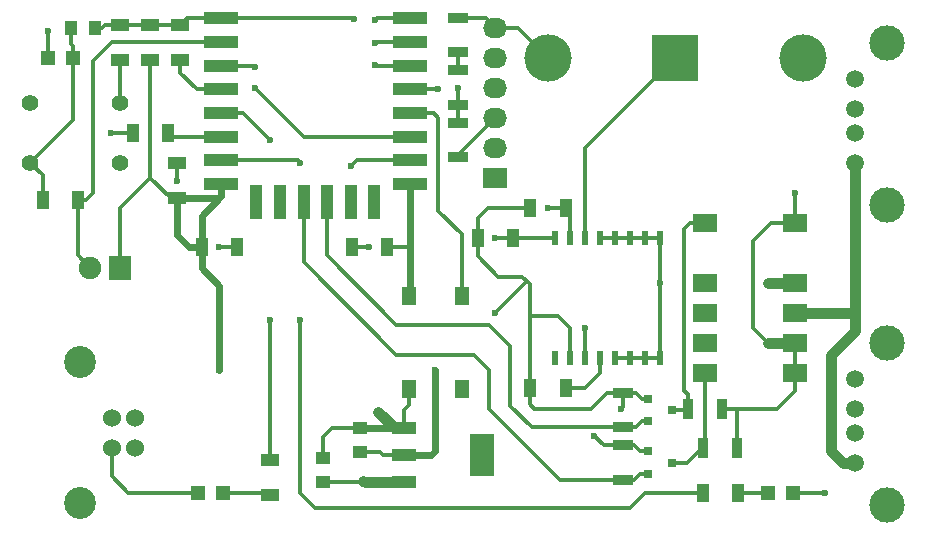
<source format=gtl>
G04 #@! TF.FileFunction,Copper,L1,Top,Signal*
%FSLAX46Y46*%
G04 Gerber Fmt 4.6, Leading zero omitted, Abs format (unit mm)*
G04 Created by KiCad (PCBNEW 4.0.4-stable) date 10/25/16 00:02:51*
%MOMM*%
%LPD*%
G01*
G04 APERTURE LIST*
%ADD10C,0.100000*%
%ADD11C,4.000000*%
%ADD12R,3.960000X3.960000*%
%ADD13R,1.000000X3.000000*%
%ADD14R,3.000000X1.000000*%
%ADD15R,2.032000X1.524000*%
%ADD16R,1.700000X0.900000*%
%ADD17R,1.198880X1.198880*%
%ADD18C,1.524000*%
%ADD19C,2.700020*%
%ADD20C,1.501140*%
%ADD21C,2.999740*%
%ADD22R,0.800100X0.800100*%
%ADD23R,1.250000X1.000000*%
%ADD24R,2.032000X1.727200*%
%ADD25O,2.032000X1.727200*%
%ADD26R,1.600000X1.000000*%
%ADD27R,1.000000X1.600000*%
%ADD28R,0.900000X1.700000*%
%ADD29R,1.300000X1.550000*%
%ADD30R,0.508000X1.143000*%
%ADD31R,2.032000X3.657600*%
%ADD32R,2.032000X1.016000*%
%ADD33R,1.000000X1.250000*%
%ADD34R,1.900000X2.000000*%
%ADD35C,1.900000*%
%ADD36C,1.397000*%
%ADD37C,0.600000*%
%ADD38C,0.300000*%
%ADD39C,0.900000*%
%ADD40C,0.600000*%
G04 APERTURE END LIST*
D10*
D11*
X196220000Y-69850000D03*
D12*
X185420000Y-69850000D03*
D11*
X174620000Y-69850000D03*
D13*
X159940000Y-82040000D03*
X157940000Y-82040000D03*
X155940000Y-82040000D03*
X153940000Y-82040000D03*
X151940000Y-82040000D03*
X149940000Y-82040000D03*
D14*
X146940000Y-66540000D03*
X146940000Y-68540000D03*
X146940000Y-70540000D03*
X146940000Y-72540000D03*
X146940000Y-74540000D03*
X146940000Y-76540000D03*
X146940000Y-78540000D03*
X146940000Y-80540000D03*
X162940000Y-80540000D03*
X162940000Y-78540000D03*
X162940000Y-76540000D03*
X162940000Y-74540000D03*
X162940000Y-72540000D03*
X162940000Y-70540000D03*
X162940000Y-68540000D03*
X162940000Y-66540000D03*
D15*
X195580000Y-91440000D03*
X195580000Y-93980000D03*
X195580000Y-96520000D03*
X187960000Y-96520000D03*
X187960000Y-93980000D03*
X187960000Y-91440000D03*
X187960000Y-83820000D03*
X187960000Y-88900000D03*
X195580000Y-88900000D03*
X195580000Y-83820000D03*
D16*
X180975000Y-98245000D03*
X180975000Y-101145000D03*
X180975000Y-102690000D03*
X180975000Y-105590000D03*
D17*
X147099020Y-106680000D03*
X145000980Y-106680000D03*
D18*
X139700000Y-100330000D03*
X139700000Y-102870000D03*
X137701020Y-102870000D03*
X137701020Y-100330000D03*
D19*
X135001000Y-95600520D03*
X135001000Y-107599480D03*
D20*
X200657880Y-71627140D03*
X200657880Y-74167140D03*
X200657880Y-76199140D03*
X200657880Y-78739140D03*
D21*
X203324880Y-68579140D03*
X203324880Y-82295140D03*
D22*
X183149240Y-98745000D03*
X183149240Y-100645000D03*
X185148220Y-99695000D03*
X183149240Y-103190000D03*
X183149240Y-105090000D03*
X185148220Y-104140000D03*
D20*
X200657880Y-97027140D03*
X200657880Y-99567140D03*
X200657880Y-101599140D03*
X200657880Y-104139140D03*
D21*
X203324880Y-93979140D03*
X203324880Y-107695140D03*
D23*
X155575000Y-105775000D03*
X155575000Y-103775000D03*
X158750000Y-103235000D03*
X158750000Y-101235000D03*
D17*
X132300980Y-69850000D03*
X134399020Y-69850000D03*
X193260980Y-106680000D03*
X195359020Y-106680000D03*
D24*
X170180000Y-80010000D03*
D25*
X170180000Y-77470000D03*
X170180000Y-74930000D03*
X170180000Y-72390000D03*
X170180000Y-69850000D03*
X170180000Y-67310000D03*
D26*
X151130000Y-106910000D03*
X151130000Y-103910000D03*
D27*
X131850000Y-81915000D03*
X134850000Y-81915000D03*
D26*
X143510000Y-67080000D03*
X143510000Y-70080000D03*
D27*
X176125000Y-97790000D03*
X173125000Y-97790000D03*
D26*
X143256000Y-78764000D03*
X143256000Y-81764000D03*
X140970000Y-70080000D03*
X140970000Y-67080000D03*
D16*
X167005000Y-73840000D03*
X167005000Y-70940000D03*
X167005000Y-69395000D03*
X167005000Y-66495000D03*
X167005000Y-78285000D03*
X167005000Y-75385000D03*
D28*
X189410000Y-99568000D03*
X186510000Y-99568000D03*
X190680000Y-102870000D03*
X187780000Y-102870000D03*
D29*
X162850000Y-90005000D03*
X167350000Y-90005000D03*
X167350000Y-97955000D03*
X162850000Y-97955000D03*
D30*
X175260000Y-95250000D03*
X176530000Y-95250000D03*
X177800000Y-95250000D03*
X179070000Y-95250000D03*
X180340000Y-95250000D03*
X181610000Y-95250000D03*
X182880000Y-95250000D03*
X184150000Y-95250000D03*
X184150000Y-85090000D03*
X182880000Y-85090000D03*
X181610000Y-85090000D03*
X180340000Y-85090000D03*
X179070000Y-85090000D03*
X177800000Y-85090000D03*
X176530000Y-85090000D03*
X175260000Y-85090000D03*
D27*
X139470000Y-76200000D03*
X142470000Y-76200000D03*
X190730000Y-106680000D03*
X187730000Y-106680000D03*
D31*
X169037000Y-103505000D03*
D32*
X162433000Y-103505000D03*
X162433000Y-105791000D03*
X162433000Y-101219000D03*
D33*
X136255000Y-67310000D03*
X134255000Y-67310000D03*
D27*
X171680000Y-85090000D03*
X168680000Y-85090000D03*
X176125000Y-82550000D03*
X173125000Y-82550000D03*
D26*
X138430000Y-70080000D03*
X138430000Y-67080000D03*
D27*
X148312000Y-85852000D03*
X145312000Y-85852000D03*
X158012000Y-85852000D03*
X161012000Y-85852000D03*
D34*
X138430000Y-87630000D03*
D35*
X135890000Y-87630000D03*
D36*
X138430000Y-73660000D03*
X138430000Y-78740000D03*
X130810000Y-73660000D03*
X130810000Y-78740000D03*
D37*
X198120000Y-106680000D03*
X184150000Y-88900000D03*
X160274000Y-99822000D03*
X193294000Y-88900000D03*
X195580000Y-81280000D03*
X159004000Y-105664000D03*
X193294000Y-93980000D03*
X146812000Y-96266000D03*
X170180000Y-91440000D03*
X165100000Y-96266000D03*
X178562000Y-101854000D03*
X180848000Y-99568000D03*
X137668000Y-76200000D03*
X132334000Y-67564000D03*
X160020000Y-66675000D03*
X153670000Y-78740000D03*
X153670000Y-92075000D03*
X151130000Y-76835000D03*
X151130000Y-92075000D03*
X143256000Y-80264000D03*
X149860000Y-70612000D03*
X160020000Y-68580000D03*
X167005000Y-72390000D03*
X165354000Y-72517000D03*
X174625000Y-82550000D03*
X160020000Y-70485000D03*
X170180000Y-85090000D03*
X177800000Y-92710000D03*
X158242000Y-66548000D03*
X146812000Y-85852000D03*
X149860000Y-72390000D03*
X159512000Y-85852000D03*
X157988000Y-78994000D03*
D38*
X195359020Y-106680000D02*
X198120000Y-106680000D01*
X137701020Y-102870000D02*
X137701020Y-105316020D01*
X139065000Y-106680000D02*
X145000980Y-106680000D01*
X137701020Y-105316020D02*
X139065000Y-106680000D01*
X161012000Y-85852000D02*
X162940000Y-85852000D01*
X162940000Y-85852000D02*
X163068000Y-85852000D01*
X163068000Y-85852000D02*
X162940000Y-85852000D01*
X130810000Y-78740000D02*
X131850000Y-79780000D01*
X131850000Y-79780000D02*
X131850000Y-81915000D01*
X134399020Y-69850000D02*
X134399020Y-75150980D01*
X134399020Y-75150980D02*
X130810000Y-78740000D01*
X134399020Y-69850000D02*
X134399020Y-68867020D01*
X134255000Y-68723000D02*
X134255000Y-67310000D01*
X134399020Y-68867020D02*
X134255000Y-68723000D01*
X162433000Y-101219000D02*
X162433000Y-99695000D01*
X162850000Y-99278000D02*
X162850000Y-97955000D01*
X162433000Y-99695000D02*
X162850000Y-99278000D01*
X155575000Y-103775000D02*
X155575000Y-101981000D01*
X156321000Y-101235000D02*
X158750000Y-101235000D01*
X155575000Y-101981000D02*
X156321000Y-101235000D01*
D39*
X160274000Y-99822000D02*
X161671000Y-101219000D01*
X161671000Y-101219000D02*
X162433000Y-101219000D01*
D40*
X162940000Y-80540000D02*
X162940000Y-85852000D01*
X162940000Y-85852000D02*
X162940000Y-89915000D01*
D38*
X162940000Y-89915000D02*
X162850000Y-90005000D01*
X170180000Y-67310000D02*
X172080000Y-67310000D01*
X172080000Y-67310000D02*
X174620000Y-69850000D01*
X167005000Y-66495000D02*
X169365000Y-66495000D01*
X169365000Y-66495000D02*
X170180000Y-67310000D01*
D39*
X193294000Y-88900000D02*
X195580000Y-88900000D01*
D38*
X182880000Y-85090000D02*
X184150000Y-85090000D01*
X184150000Y-85090000D02*
X184150000Y-88900000D01*
X184150000Y-88900000D02*
X184150000Y-95250000D01*
X182880000Y-95250000D02*
X184150000Y-95250000D01*
X181610000Y-95250000D02*
X182880000Y-95250000D01*
X180340000Y-95250000D02*
X181610000Y-95250000D01*
X181610000Y-85090000D02*
X182880000Y-85090000D01*
X180340000Y-85090000D02*
X181610000Y-85090000D01*
X179070000Y-85090000D02*
X180340000Y-85090000D01*
X174366000Y-69596000D02*
X174620000Y-69850000D01*
D40*
X158750000Y-101235000D02*
X162417000Y-101235000D01*
X162417000Y-101235000D02*
X162433000Y-101219000D01*
D38*
X195580000Y-81280000D02*
X195580000Y-83820000D01*
X155575000Y-105775000D02*
X158893000Y-105775000D01*
X158893000Y-105775000D02*
X159004000Y-105664000D01*
D39*
X159131000Y-105791000D02*
X162433000Y-105791000D01*
X159004000Y-105664000D02*
X159131000Y-105791000D01*
D38*
X190680000Y-102870000D02*
X190680000Y-99568000D01*
X190680000Y-99568000D02*
X191008000Y-99568000D01*
X189410000Y-99568000D02*
X191008000Y-99568000D01*
X191008000Y-99568000D02*
X194056000Y-99568000D01*
X195580000Y-98044000D02*
X195580000Y-96520000D01*
X194056000Y-99568000D02*
X195580000Y-98044000D01*
X193294000Y-93980000D02*
X192024000Y-92710000D01*
X193548000Y-83820000D02*
X195580000Y-83820000D01*
X192024000Y-85344000D02*
X193548000Y-83820000D01*
X192024000Y-92710000D02*
X192024000Y-85344000D01*
D39*
X193294000Y-93980000D02*
X195580000Y-93980000D01*
D38*
X195580000Y-93980000D02*
X195580000Y-96520000D01*
D40*
X162417000Y-105775000D02*
X162433000Y-105791000D01*
D39*
X195580000Y-91440000D02*
X200660000Y-91440000D01*
X200660000Y-91440000D02*
X200406000Y-91440000D01*
X200406000Y-91440000D02*
X200660000Y-91440000D01*
X200660000Y-88900000D02*
X200660000Y-91440000D01*
X200660000Y-91440000D02*
X200660000Y-92964000D01*
X199643140Y-104139140D02*
X200657880Y-104139140D01*
X198628000Y-103124000D02*
X199643140Y-104139140D01*
X198628000Y-94996000D02*
X198628000Y-103124000D01*
X200660000Y-92964000D02*
X198628000Y-94996000D01*
X200657880Y-88897880D02*
X200657880Y-78739140D01*
X200660000Y-88900000D02*
X200657880Y-88897880D01*
D40*
X146812000Y-93726000D02*
X146812000Y-89154000D01*
X146812000Y-96266000D02*
X146812000Y-93726000D01*
X145312000Y-87654000D02*
X145312000Y-85852000D01*
X146812000Y-89154000D02*
X145312000Y-87654000D01*
X145312000Y-85852000D02*
X145312000Y-83240000D01*
X145312000Y-83240000D02*
X146788000Y-81764000D01*
X143256000Y-81764000D02*
X143256000Y-84836000D01*
X143256000Y-84836000D02*
X144272000Y-85852000D01*
X144272000Y-85852000D02*
X145312000Y-85852000D01*
X143256000Y-81764000D02*
X146788000Y-81764000D01*
X146940000Y-81612000D02*
X146940000Y-80540000D01*
D38*
X146788000Y-81764000D02*
X146940000Y-81612000D01*
X143256000Y-81764000D02*
X142724000Y-81764000D01*
X142724000Y-81764000D02*
X140970000Y-80010000D01*
X138430000Y-87630000D02*
X138430000Y-82550000D01*
X138430000Y-82550000D02*
X140970000Y-80010000D01*
X140970000Y-70080000D02*
X140970000Y-80010000D01*
X172847000Y-88773000D02*
X172720000Y-88900000D01*
X170180000Y-91440000D02*
X172847000Y-88773000D01*
D40*
X162433000Y-103505000D02*
X164719000Y-103505000D01*
X165100000Y-103124000D02*
X165100000Y-96266000D01*
X164719000Y-103505000D02*
X165100000Y-103124000D01*
D38*
X158750000Y-103235000D02*
X160385000Y-103235000D01*
X160655000Y-103505000D02*
X162433000Y-103505000D01*
X160385000Y-103235000D02*
X160655000Y-103505000D01*
X180975000Y-98245000D02*
X180975000Y-99441000D01*
X179398000Y-102690000D02*
X180975000Y-102690000D01*
X178562000Y-101854000D02*
X179398000Y-102690000D01*
X180975000Y-99441000D02*
X180848000Y-99568000D01*
X173125000Y-97790000D02*
X173125000Y-99211000D01*
X179631000Y-98245000D02*
X180975000Y-98245000D01*
X178308000Y-99568000D02*
X179631000Y-98245000D01*
X173482000Y-99568000D02*
X178308000Y-99568000D01*
X173125000Y-99211000D02*
X173482000Y-99568000D01*
X176530000Y-95250000D02*
X176530000Y-92710000D01*
X175514000Y-91694000D02*
X173125000Y-91694000D01*
X176530000Y-92710000D02*
X175514000Y-91694000D01*
X168680000Y-85090000D02*
X168680000Y-86638000D01*
X173125000Y-89051000D02*
X173125000Y-91694000D01*
X173125000Y-91694000D02*
X173125000Y-97790000D01*
X172466000Y-88392000D02*
X173125000Y-89051000D01*
X170434000Y-88392000D02*
X172466000Y-88392000D01*
X168680000Y-86638000D02*
X170434000Y-88392000D01*
X180975000Y-102690000D02*
X181938000Y-102690000D01*
X181938000Y-102690000D02*
X182438000Y-103190000D01*
X182438000Y-103190000D02*
X183149240Y-103190000D01*
X180975000Y-98245000D02*
X182065000Y-98245000D01*
X182065000Y-98245000D02*
X182565000Y-98745000D01*
X182565000Y-98745000D02*
X183149240Y-98745000D01*
X168680000Y-85090000D02*
X168680000Y-83415000D01*
X169545000Y-82550000D02*
X173125000Y-82550000D01*
X168680000Y-83415000D02*
X169545000Y-82550000D01*
X177800000Y-85090000D02*
X177800000Y-77470000D01*
X177800000Y-77470000D02*
X185420000Y-69850000D01*
X147099020Y-106680000D02*
X150900000Y-106680000D01*
X150900000Y-106680000D02*
X151130000Y-106910000D01*
X132300980Y-69850000D02*
X132300980Y-67597020D01*
X137668000Y-76200000D02*
X139470000Y-76200000D01*
X132300980Y-67597020D02*
X132334000Y-67564000D01*
X190730000Y-106680000D02*
X193260980Y-106680000D01*
X160155000Y-66540000D02*
X162940000Y-66540000D01*
X160020000Y-66675000D02*
X160155000Y-66540000D01*
X167005000Y-78285000D02*
X167005000Y-78105000D01*
X167005000Y-78105000D02*
X170180000Y-74930000D01*
X180975000Y-101145000D02*
X173281000Y-101145000D01*
X155940000Y-86598000D02*
X155940000Y-82040000D01*
X161798000Y-92456000D02*
X155940000Y-86598000D01*
X169672000Y-92456000D02*
X161798000Y-92456000D01*
X171450000Y-94234000D02*
X169672000Y-92456000D01*
X171450000Y-99314000D02*
X171450000Y-94234000D01*
X173281000Y-101145000D02*
X171450000Y-99314000D01*
X180975000Y-101145000D02*
X182065000Y-101145000D01*
X182565000Y-100645000D02*
X183149240Y-100645000D01*
X182065000Y-101145000D02*
X182565000Y-100645000D01*
X186510000Y-99568000D02*
X186510000Y-98372000D01*
X186690000Y-83820000D02*
X187960000Y-83820000D01*
X186182000Y-84328000D02*
X186690000Y-83820000D01*
X186182000Y-98044000D02*
X186182000Y-84328000D01*
X186510000Y-98372000D02*
X186182000Y-98044000D01*
X185148220Y-99695000D02*
X186383000Y-99695000D01*
X186383000Y-99695000D02*
X186510000Y-99568000D01*
X180975000Y-105590000D02*
X175694000Y-105590000D01*
X153940000Y-87138000D02*
X153940000Y-82040000D01*
X161798000Y-94996000D02*
X153940000Y-87138000D01*
X168402000Y-94996000D02*
X161798000Y-94996000D01*
X169672000Y-96266000D02*
X168402000Y-94996000D01*
X169672000Y-99568000D02*
X169672000Y-96266000D01*
X175694000Y-105590000D02*
X169672000Y-99568000D01*
X180975000Y-105590000D02*
X181938000Y-105590000D01*
X182438000Y-105090000D02*
X183149240Y-105090000D01*
X181938000Y-105590000D02*
X182438000Y-105090000D01*
X185148220Y-104140000D02*
X186436000Y-104140000D01*
X186436000Y-104140000D02*
X187706000Y-102870000D01*
X187706000Y-102870000D02*
X187780000Y-102870000D01*
X187960000Y-96520000D02*
X187960000Y-102690000D01*
X187960000Y-102690000D02*
X187780000Y-102870000D01*
X142470000Y-76200000D02*
X142810000Y-76540000D01*
X142810000Y-76540000D02*
X146940000Y-76540000D01*
X187730000Y-106680000D02*
X182880000Y-106680000D01*
X153470000Y-78540000D02*
X146940000Y-78540000D01*
X153670000Y-78740000D02*
X153470000Y-78540000D01*
X153670000Y-106680000D02*
X153670000Y-92075000D01*
X154940000Y-107950000D02*
X153670000Y-106680000D01*
X181610000Y-107950000D02*
X154940000Y-107950000D01*
X182880000Y-106680000D02*
X181610000Y-107950000D01*
X146940000Y-68540000D02*
X137708000Y-68540000D01*
X135509000Y-81915000D02*
X134850000Y-81915000D01*
X136144000Y-81280000D02*
X135509000Y-81915000D01*
X136144000Y-70104000D02*
X136144000Y-81280000D01*
X137708000Y-68540000D02*
X136144000Y-70104000D01*
X134850000Y-81915000D02*
X134850000Y-86590000D01*
X134850000Y-86590000D02*
X135890000Y-87630000D01*
X151130000Y-103910000D02*
X151130000Y-92075000D01*
X148835000Y-74540000D02*
X146940000Y-74540000D01*
X151130000Y-76835000D02*
X148835000Y-74540000D01*
X176125000Y-97790000D02*
X177800000Y-97790000D01*
X179070000Y-96520000D02*
X179070000Y-95250000D01*
X177800000Y-97790000D02*
X179070000Y-96520000D01*
X146940000Y-70540000D02*
X149788000Y-70540000D01*
X143256000Y-80264000D02*
X143256000Y-78764000D01*
X149788000Y-70540000D02*
X149860000Y-70612000D01*
X167005000Y-73840000D02*
X167005000Y-72390000D01*
X160060000Y-68540000D02*
X162940000Y-68540000D01*
X160020000Y-68580000D02*
X160060000Y-68540000D01*
X167005000Y-73840000D02*
X167005000Y-75385000D01*
X167005000Y-69395000D02*
X167005000Y-70940000D01*
X167350000Y-90005000D02*
X167350000Y-84800000D01*
X164964000Y-74540000D02*
X162940000Y-74540000D01*
X165354000Y-74930000D02*
X164964000Y-74540000D01*
X165354000Y-82804000D02*
X165354000Y-74930000D01*
X167350000Y-84800000D02*
X165354000Y-82804000D01*
X176125000Y-82550000D02*
X174625000Y-82550000D01*
X165331000Y-72540000D02*
X162940000Y-72540000D01*
X165354000Y-72517000D02*
X165331000Y-72540000D01*
X176125000Y-82550000D02*
X176530000Y-82955000D01*
X176530000Y-82955000D02*
X176530000Y-85090000D01*
X171680000Y-85090000D02*
X170180000Y-85090000D01*
X160075000Y-70540000D02*
X162940000Y-70540000D01*
X160020000Y-70485000D02*
X160075000Y-70540000D01*
X171680000Y-85090000D02*
X175260000Y-85090000D01*
X136255000Y-67310000D02*
X136906000Y-67310000D01*
X137136000Y-67080000D02*
X138430000Y-67080000D01*
X136906000Y-67310000D02*
X137136000Y-67080000D01*
X140970000Y-67080000D02*
X138430000Y-67080000D01*
X143510000Y-67080000D02*
X140970000Y-67080000D01*
X146940000Y-66540000D02*
X144050000Y-66540000D01*
X144050000Y-66540000D02*
X143510000Y-67080000D01*
X146940000Y-66540000D02*
X158234000Y-66540000D01*
X177800000Y-92710000D02*
X177800000Y-95250000D01*
X158234000Y-66540000D02*
X158242000Y-66548000D01*
X143510000Y-70080000D02*
X143510000Y-71120000D01*
X144930000Y-72540000D02*
X146940000Y-72540000D01*
X143510000Y-71120000D02*
X144930000Y-72540000D01*
X138430000Y-70080000D02*
X138430000Y-73660000D01*
X162940000Y-76540000D02*
X154010000Y-76540000D01*
X146812000Y-85852000D02*
X148312000Y-85852000D01*
X154010000Y-76540000D02*
X149860000Y-72390000D01*
X162940000Y-78540000D02*
X158442000Y-78540000D01*
X159512000Y-85852000D02*
X158012000Y-85852000D01*
X158442000Y-78540000D02*
X157988000Y-78994000D01*
M02*

</source>
